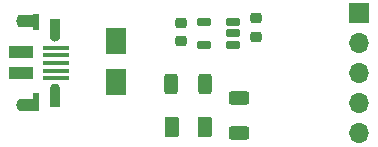
<source format=gbr>
%TF.GenerationSoftware,KiCad,Pcbnew,(6.0.7)*%
%TF.CreationDate,2023-01-05T18:35:14-05:00*%
%TF.ProjectId,Single_Li_Cell_Charger,53696e67-6c65-45f4-9c69-5f43656c6c5f,rev?*%
%TF.SameCoordinates,Original*%
%TF.FileFunction,Soldermask,Top*%
%TF.FilePolarity,Negative*%
%FSLAX46Y46*%
G04 Gerber Fmt 4.6, Leading zero omitted, Abs format (unit mm)*
G04 Created by KiCad (PCBNEW (6.0.7)) date 2023-01-05 18:35:14*
%MOMM*%
%LPD*%
G01*
G04 APERTURE LIST*
G04 Aperture macros list*
%AMRoundRect*
0 Rectangle with rounded corners*
0 $1 Rounding radius*
0 $2 $3 $4 $5 $6 $7 $8 $9 X,Y pos of 4 corners*
0 Add a 4 corners polygon primitive as box body*
4,1,4,$2,$3,$4,$5,$6,$7,$8,$9,$2,$3,0*
0 Add four circle primitives for the rounded corners*
1,1,$1+$1,$2,$3*
1,1,$1+$1,$4,$5*
1,1,$1+$1,$6,$7*
1,1,$1+$1,$8,$9*
0 Add four rect primitives between the rounded corners*
20,1,$1+$1,$2,$3,$4,$5,0*
20,1,$1+$1,$4,$5,$6,$7,0*
20,1,$1+$1,$6,$7,$8,$9,0*
20,1,$1+$1,$8,$9,$2,$3,0*%
G04 Aperture macros list end*
%ADD10R,2.170000X0.400000*%
%ADD11R,0.504000X1.360000*%
%ADD12R,1.800000X1.100000*%
%ADD13R,0.550000X1.360000*%
%ADD14O,0.900000X1.300000*%
%ADD15R,2.000000X1.100000*%
%ADD16R,0.900000X1.716500*%
%ADD17O,1.500000X1.100000*%
%ADD18R,1.739000X1.100000*%
%ADD19RoundRect,0.250000X0.375000X0.625000X-0.375000X0.625000X-0.375000X-0.625000X0.375000X-0.625000X0*%
%ADD20O,1.700000X1.700000*%
%ADD21R,1.700000X1.700000*%
%ADD22RoundRect,0.250000X0.312500X0.625000X-0.312500X0.625000X-0.312500X-0.625000X0.312500X-0.625000X0*%
%ADD23RoundRect,0.250000X0.625000X-0.312500X0.625000X0.312500X-0.625000X0.312500X-0.625000X-0.312500X0*%
%ADD24R,1.651000X2.184400*%
%ADD25RoundRect,0.225000X-0.250000X0.225000X-0.250000X-0.225000X0.250000X-0.225000X0.250000X0.225000X0*%
%ADD26RoundRect,0.090000X0.520000X0.210000X-0.520000X0.210000X-0.520000X-0.210000X0.520000X-0.210000X0*%
G04 APERTURE END LIST*
D10*
%TO.C,J1*%
X22860000Y-22700000D03*
X22860000Y-23350000D03*
X22860000Y-24000000D03*
X22860000Y-24650000D03*
X22860000Y-25300000D03*
D11*
X21114000Y-27220000D03*
D12*
X20477000Y-20450000D03*
D13*
X21112000Y-20571000D03*
D14*
X22720000Y-21570000D03*
D15*
X19842000Y-23100000D03*
D16*
X22720000Y-21133250D03*
D17*
X20220000Y-27575000D03*
D16*
X22720000Y-26866750D03*
D14*
X22720000Y-26410000D03*
D15*
X19842000Y-24889000D03*
D18*
X20496500Y-27575000D03*
D17*
X20220000Y-20425000D03*
%TD*%
D19*
%TO.C,D2*%
X35400000Y-29464000D03*
X32600000Y-29464000D03*
%TD*%
D20*
%TO.C,J4*%
X48514000Y-29972000D03*
X48514000Y-27432000D03*
X48514000Y-24892000D03*
X48514000Y-22352000D03*
D21*
X48514000Y-19812000D03*
%TD*%
D22*
%TO.C,Rprog*%
X35462500Y-25781000D03*
X32537500Y-25781000D03*
%TD*%
D23*
%TO.C,Rled*%
X38354000Y-26985500D03*
X38354000Y-29910500D03*
%TD*%
D24*
%TO.C,D1*%
X27940000Y-22174200D03*
X27940000Y-25577800D03*
%TD*%
D25*
%TO.C,C2*%
X39751000Y-20230000D03*
X39751000Y-21780000D03*
%TD*%
D26*
%TO.C,U1*%
X35331000Y-22450000D03*
X35331000Y-20550000D03*
X37821000Y-20550000D03*
X37821000Y-21500000D03*
X37821000Y-22450000D03*
%TD*%
D25*
%TO.C,C1*%
X33401000Y-20598000D03*
X33401000Y-22148000D03*
%TD*%
M02*

</source>
